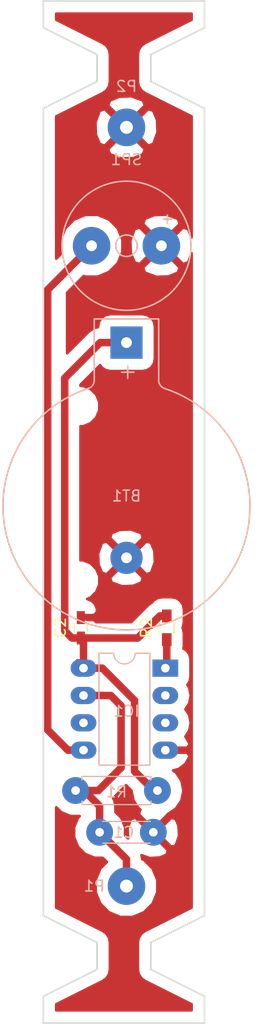
<source format=kicad_pcb>
(kicad_pcb (version 20170123) (host pcbnew no-vcs-found-7591~57~ubuntu14.04.1)

  (general
    (links 14)
    (no_connects 0)
    (area 130.763038 42.5 156.830612 140.075001)
    (thickness 1.6)
    (drawings 20)
    (tracks 32)
    (zones 0)
    (modules 9)
    (nets 9)
  )

  (page A4)
  (layers
    (0 F.Cu signal)
    (31 B.Cu signal)
    (32 B.Adhes user)
    (33 F.Adhes user)
    (34 B.Paste user)
    (35 F.Paste user)
    (36 B.SilkS user)
    (37 F.SilkS user)
    (38 B.Mask user)
    (39 F.Mask user)
    (40 Dwgs.User user)
    (41 Cmts.User user)
    (42 Eco1.User user)
    (43 Eco2.User user)
    (44 Edge.Cuts user)
    (45 Margin user)
    (46 B.CrtYd user)
    (47 F.CrtYd user)
    (48 B.Fab user)
    (49 F.Fab user hide)
  )

  (setup
    (last_trace_width 0.7)
    (trace_clearance 0.2)
    (zone_clearance 1)
    (zone_45_only no)
    (trace_min 0.2)
    (segment_width 0.2)
    (edge_width 0.15)
    (via_size 0.8)
    (via_drill 0.4)
    (via_min_size 0.4)
    (via_min_drill 0.3)
    (uvia_size 0.3)
    (uvia_drill 0.1)
    (uvias_allowed no)
    (uvia_min_size 0.2)
    (uvia_min_drill 0.1)
    (pcb_text_width 0.3)
    (pcb_text_size 1.5 1.5)
    (mod_edge_width 0.15)
    (mod_text_size 1 1)
    (mod_text_width 0.15)
    (pad_size 2.5 2.5)
    (pad_drill 0.8)
    (pad_to_mask_clearance 0.2)
    (aux_axis_origin 0 0)
    (visible_elements FFFFFF7F)
    (pcbplotparams
      (layerselection 0x01000_7fffffff)
      (usegerberextensions false)
      (excludeedgelayer true)
      (linewidth 0.100000)
      (plotframeref false)
      (viasonmask false)
      (mode 1)
      (useauxorigin false)
      (hpglpennumber 1)
      (hpglpenspeed 20)
      (hpglpendiameter 15)
      (psnegative false)
      (psa4output false)
      (plotreference true)
      (plotvalue true)
      (plotinvisibletext false)
      (padsonsilk false)
      (subtractmaskfromsilk false)
      (outputformat 1)
      (mirror false)
      (drillshape 0)
      (scaleselection 1)
      (outputdirectory ./gerbers))
  )

  (net 0 "")
  (net 1 VCC)
  (net 2 GND)
  (net 3 "Net-(C1-Pad1)")
  (net 4 "Net-(IC1-Pad3)")
  (net 5 "Net-(IC1-Pad6)")
  (net 6 "Net-(IC1-Pad2)")
  (net 7 "Net-(IC1-Pad5)")
  (net 8 "Net-(IC1-Pad1)")

  (net_class Default "This is the default net class."
    (clearance 0.2)
    (trace_width 0.7)
    (via_dia 0.8)
    (via_drill 0.4)
    (uvia_dia 0.3)
    (uvia_drill 0.1)
    (add_net GND)
    (add_net "Net-(C1-Pad1)")
    (add_net "Net-(IC1-Pad1)")
    (add_net "Net-(IC1-Pad2)")
    (add_net "Net-(IC1-Pad3)")
    (add_net "Net-(IC1-Pad5)")
    (add_net "Net-(IC1-Pad6)")
    (add_net VCC)
  )

  (module Battery_Holders:Keystone_103_1x20mm-CoinCell (layer B.Cu) (tedit 589451D0) (tstamp 5894223C)
    (at 142.738112 90.76 270)
    (descr http://www.keyelco.com/product-pdf.cfm?p=719)
    (tags "Keystone type 103 battery holder")
    (path /589366D5)
    (fp_text reference BT1 (at 0.25 0 180) (layer B.SilkS)
      (effects (font (size 1 1) (thickness 0.15)) (justify mirror))
    )
    (fp_text value Battery (at 15 -13 270) (layer B.Fab)
      (effects (font (size 1 1) (thickness 0.15)) (justify mirror))
    )
    (fp_arc (start -15.7 2.5) (end -16.1 2.5) (angle -90) (layer B.Fab) (width 0.15))
    (fp_arc (start -15.7 -2.5) (end -16.1 -2.5) (angle 90) (layer B.Fab) (width 0.15))
    (fp_line (start -14 1.3) (end -14 -1.3) (layer B.Fab) (width 0.15))
    (fp_arc (start 2.2 0) (end 2.2 1.3) (angle -180) (layer B.Fab) (width 0.15))
    (fp_arc (start -10.5 3.8) (end -10.5 2.9) (angle 70) (layer B.Fab) (width 0.15))
    (fp_line (start 2.2 1.3) (end -14 1.3) (layer B.Fab) (width 0.15))
    (fp_line (start -14 -1.3) (end 2.2 -1.3) (layer B.Fab) (width 0.15))
    (fp_line (start -16.1 2.5) (end -16.1 -2.5) (layer B.Fab) (width 0.15))
    (fp_line (start -15.7 -2.9) (end -10.4694 -2.9) (layer B.Fab) (width 0.15))
    (fp_line (start -10.4694 2.9) (end -15.7 2.9) (layer B.Fab) (width 0.15))
    (fp_arc (start 1.2 0) (end -8.8 1.3) (angle -180) (layer B.Fab) (width 0.15))
    (fp_arc (start 1.2 0) (end -5 1.3) (angle -170) (layer B.Fab) (width 0.15))
    (fp_arc (start 1.2 0) (end -0.7 1.3) (angle -150) (layer B.Fab) (width 0.15))
    (fp_line (start 9.5712 7.7216) (end 8.6314 6.858) (layer B.Fab) (width 0.15))
    (fp_line (start 9.5712 -7.7216) (end 8.6568 -6.8834) (layer B.Fab) (width 0.15))
    (fp_arc (start 1.2 0) (end -0.7 -1.3) (angle 150) (layer B.Fab) (width 0.15))
    (fp_arc (start 1.2 0) (end -5 -1.3) (angle 170) (layer B.Fab) (width 0.15))
    (fp_line (start -16.2 -3) (end -10.5 -3) (layer B.SilkS) (width 0.15))
    (fp_line (start -16.2 -3) (end -16.2 3) (layer B.SilkS) (width 0.15))
    (fp_line (start -16.2 3) (end -10.5 3) (layer B.SilkS) (width 0.15))
    (fp_line (start -16.45 -3.25) (end -16.45 3.25) (layer B.CrtYd) (width 0.05))
    (fp_line (start -16.45 -3.25) (end -10.5 -3.25) (layer B.CrtYd) (width 0.05))
    (fp_line (start -16.45 3.25) (end -10.5 3.25) (layer B.CrtYd) (width 0.05))
    (fp_arc (start 1.2 0) (end -8.8 -1.3) (angle 180) (layer B.Fab) (width 0.15))
    (fp_arc (start 1.2 0) (end -9.65 3.5) (angle -162.5) (layer B.Fab) (width 0.15))
    (fp_arc (start 1.2 0) (end -9.65 -3.5) (angle 162.5) (layer B.Fab) (width 0.15))
    (fp_arc (start -10.5 -3.8) (end -10.5 -2.9) (angle -70) (layer B.Fab) (width 0.15))
    (fp_arc (start -10.5 3.8) (end -10.5 3) (angle 70) (layer B.SilkS) (width 0.15))
    (fp_arc (start 1.2 0) (end -9.75 3.5) (angle -162.5) (layer B.SilkS) (width 0.15))
    (fp_arc (start -10.5 -3.8) (end -10.5 -3) (angle -70) (layer B.SilkS) (width 0.15))
    (fp_arc (start 1.2 0) (end -9.75 -3.5) (angle 162.5) (layer B.SilkS) (width 0.15))
    (fp_arc (start -10.5 3.8) (end -10.5 3.25) (angle 70) (layer B.CrtYd) (width 0.05))
    (fp_arc (start -10.5 -3.8) (end -10.5 -3.25) (angle -70) (layer B.CrtYd) (width 0.05))
    (fp_arc (start 1.2 0) (end -9.985 3.6) (angle -162.5) (layer B.CrtYd) (width 0.05))
    (fp_arc (start 1.2 0) (end -9.985 -3.6) (angle 162.5) (layer B.CrtYd) (width 0.05))
    (fp_text user + (at -11.25 0 270) (layer B.SilkS)
      (effects (font (size 1.5 1.5) (thickness 0.15)) (justify mirror))
    )
    (pad 1 thru_hole rect (at -14 0 270) (size 3 3) (drill 1) (layers *.Cu *.Mask)
      (net 1 VCC))
    (pad 2 thru_hole circle (at 6 0 270) (size 3 3) (drill 1) (layers *.Cu *.Mask)
      (net 2 GND))
    (pad "" np_thru_hole circle (at -8.1 4.4 270) (size 1.5 1.5) (drill 1.5) (layers *.Cu *.Mask))
    (pad "" np_thru_hole circle (at 8.1 4.4 270) (size 1.5 1.5) (drill 1.5) (layers *.Cu *.Mask))
    (model Battery_Holders.3dshapes/Keystone_103_1x20mm-CoinCell.wrl
      (at (xyz 0.6 0 0))
      (scale (xyz 1 1 1))
      (rotate (xyz 0 0 180))
    )
    (model "${KIPRJMOD}/User Library-keystone-PN103.STEP"
      (at (xyz 0.03149606299212599 0 0))
      (scale (xyz 1 1 1))
      (rotate (xyz -90 0 90))
    )
  )

  (module Buzzers_Beepers:Buzzer_12x9.5RM7.6 (layer B.Cu) (tedit 58949CF1) (tstamp 589422B0)
    (at 142.738112 67.76 180)
    (descr "Generic Buzzer, D12mm height 9.5mm with RM7.6mm")
    (tags buzzer)
    (path /58936797)
    (fp_text reference SP1 (at 0 8.001 180) (layer B.SilkS)
      (effects (font (size 1 1) (thickness 0.15)) (justify mirror))
    )
    (fp_text value SPEAKER (at -1.00076 -8.001 180) (layer B.Fab)
      (effects (font (size 1 1) (thickness 0.15)) (justify mirror))
    )
    (fp_circle (center 0 0) (end 6 0) (layer B.SilkS) (width 0.15))
    (fp_text user + (at -3.81 2.54 180) (layer B.SilkS)
      (effects (font (size 1 1) (thickness 0.15)) (justify mirror))
    )
    (fp_circle (center 0 0) (end 1.00076 0) (layer B.SilkS) (width 0.15))
    (pad 2 thru_hole circle (at 3.25 0 180) (size 3.5 3.5) (drill 1.00076) (layers *.Cu *.Mask)
      (net 7 "Net-(IC1-Pad5)"))
    (pad 1 thru_hole circle (at -3.25 0 180) (size 3.5 3.5) (drill 1.00076) (layers *.Cu *.Mask)
      (net 2 GND))
    (model Buzzers_Beepers.3dshapes/Buzzer_12x9.5RM7.6.wrl
      (at (xyz 0 0 0))
      (scale (xyz 4 4 4))
      (rotate (xyz 0 0 0))
    )
  )

  (module Capacitors_SMD:C_0603_HandSoldering (layer F.Cu) (tedit 541A9B4D) (tstamp 5894225C)
    (at 138.488112 103.26 90)
    (descr "Capacitor SMD 0603, hand soldering")
    (tags "capacitor 0603")
    (path /5893684A)
    (attr smd)
    (fp_text reference C2 (at 0 -1.9 90) (layer F.SilkS)
      (effects (font (size 1 1) (thickness 0.15)))
    )
    (fp_text value C (at 0 1.9 90) (layer F.Fab)
      (effects (font (size 1 1) (thickness 0.15)))
    )
    (fp_line (start 0.35 0.6) (end -0.35 0.6) (layer F.SilkS) (width 0.12))
    (fp_line (start -0.35 -0.6) (end 0.35 -0.6) (layer F.SilkS) (width 0.12))
    (fp_line (start 1.85 -0.75) (end 1.85 0.75) (layer F.CrtYd) (width 0.05))
    (fp_line (start -1.85 -0.75) (end -1.85 0.75) (layer F.CrtYd) (width 0.05))
    (fp_line (start -1.85 0.75) (end 1.85 0.75) (layer F.CrtYd) (width 0.05))
    (fp_line (start -1.85 -0.75) (end 1.85 -0.75) (layer F.CrtYd) (width 0.05))
    (fp_line (start -0.8 -0.4) (end 0.8 -0.4) (layer F.Fab) (width 0.1))
    (fp_line (start 0.8 -0.4) (end 0.8 0.4) (layer F.Fab) (width 0.1))
    (fp_line (start 0.8 0.4) (end -0.8 0.4) (layer F.Fab) (width 0.1))
    (fp_line (start -0.8 0.4) (end -0.8 -0.4) (layer F.Fab) (width 0.1))
    (pad 2 smd rect (at 0.95 0 90) (size 1.2 0.75) (layers F.Cu F.Paste F.Mask)
      (net 2 GND))
    (pad 1 smd rect (at -0.95 0 90) (size 1.2 0.75) (layers F.Cu F.Paste F.Mask)
      (net 1 VCC))
    (model Capacitors_SMD.3dshapes/C_0603_HandSoldering.wrl
      (at (xyz 0 0 0))
      (scale (xyz 1 1 1))
      (rotate (xyz 0 0 0))
    )
  )

  (module Housings_DIP:DIP-8_W7.62mm_LongPads (layer B.Cu) (tedit 58937C5B) (tstamp 58942277)
    (at 146.358112 107.01 180)
    (descr "8-lead dip package, row spacing 7.62 mm (300 mils), LongPads")
    (tags "DIL DIP PDIP 2.54mm 7.62mm 300mil LongPads")
    (path /58936650)
    (fp_text reference IC1 (at 3.62 -4 180) (layer B.SilkS)
      (effects (font (size 1 1) (thickness 0.15)) (justify mirror))
    )
    (fp_text value ATTINY85-P (at 3.81 -10.01 180) (layer B.Fab)
      (effects (font (size 1 1) (thickness 0.15)) (justify mirror))
    )
    (fp_line (start 9.1 1.6) (end -1.5 1.6) (layer B.CrtYd) (width 0.05))
    (fp_line (start 9.1 -9.2) (end 9.1 1.6) (layer B.CrtYd) (width 0.05))
    (fp_line (start -1.5 -9.2) (end 9.1 -9.2) (layer B.CrtYd) (width 0.05))
    (fp_line (start -1.5 1.6) (end -1.5 -9.2) (layer B.CrtYd) (width 0.05))
    (fp_line (start 6.18 1.39) (end 4.81 1.39) (layer B.SilkS) (width 0.12))
    (fp_line (start 6.18 -9.01) (end 6.18 1.39) (layer B.SilkS) (width 0.12))
    (fp_line (start 1.44 -9.01) (end 6.18 -9.01) (layer B.SilkS) (width 0.12))
    (fp_line (start 1.44 1.39) (end 1.44 -9.01) (layer B.SilkS) (width 0.12))
    (fp_line (start 2.81 1.39) (end 1.44 1.39) (layer B.SilkS) (width 0.12))
    (fp_line (start 0.635 0.27) (end 1.635 1.27) (layer B.Fab) (width 0.1))
    (fp_line (start 0.635 -8.89) (end 0.635 0.27) (layer B.Fab) (width 0.1))
    (fp_line (start 6.985 -8.89) (end 0.635 -8.89) (layer B.Fab) (width 0.1))
    (fp_line (start 6.985 1.27) (end 6.985 -8.89) (layer B.Fab) (width 0.1))
    (fp_line (start 1.635 1.27) (end 6.985 1.27) (layer B.Fab) (width 0.1))
    (fp_arc (start 3.81 1.39) (end 2.81 1.39) (angle 180) (layer B.SilkS) (width 0.12))
    (pad 8 thru_hole oval (at 7.62 0 180) (size 2.4 1.6) (drill 0.8) (layers *.Cu *.Mask)
      (net 1 VCC))
    (pad 4 thru_hole oval (at 0 -7.62 180) (size 2.4 1.6) (drill 0.8) (layers *.Cu *.Mask)
      (net 2 GND))
    (pad 7 thru_hole oval (at 7.62 -2.54 180) (size 2.4 1.6) (drill 0.8) (layers *.Cu *.Mask)
      (net 3 "Net-(C1-Pad1)"))
    (pad 3 thru_hole oval (at 0 -5.08 180) (size 2.4 1.6) (drill 0.8) (layers *.Cu *.Mask)
      (net 4 "Net-(IC1-Pad3)"))
    (pad 6 thru_hole oval (at 7.62 -5.08 180) (size 2.4 1.6) (drill 0.8) (layers *.Cu *.Mask)
      (net 5 "Net-(IC1-Pad6)"))
    (pad 2 thru_hole oval (at 0 -2.54 180) (size 2.4 1.6) (drill 0.8) (layers *.Cu *.Mask)
      (net 6 "Net-(IC1-Pad2)"))
    (pad 5 thru_hole oval (at 7.62 -7.62 180) (size 2.4 1.6) (drill 0.8) (layers *.Cu *.Mask)
      (net 7 "Net-(IC1-Pad5)"))
    (pad 1 thru_hole rect (at 0 0 180) (size 2.4 1.6) (drill 0.8) (layers *.Cu *.Mask)
      (net 8 "Net-(IC1-Pad1)"))
    (model Housings_DIP.3dshapes/DIP-8_W7.62mm_LongPads.wrl
      (at (xyz 0 0 0))
      (scale (xyz 1 1 1))
      (rotate (xyz 0 0 0))
    )
  )

  (module Wire_Pads:SolderWirePad_single_1-2mmDrill (layer B.Cu) (tedit 0) (tstamp 5894227C)
    (at 142.738112 127.26 180)
    (path /58936F77)
    (fp_text reference P1 (at 3 0 180) (layer B.SilkS)
      (effects (font (size 1 1) (thickness 0.15)) (justify mirror))
    )
    (fp_text value CONN_01X01 (at -1.905 -3.175 180) (layer B.Fab)
      (effects (font (size 1 1) (thickness 0.15)) (justify mirror))
    )
    (pad 1 thru_hole circle (at 0 0 180) (size 3.50012 3.50012) (drill 1.19888) (layers *.Cu *.Mask)
      (net 3 "Net-(C1-Pad1)"))
  )

  (module Wire_Pads:SolderWirePad_single_1-2mmDrill (layer B.Cu) (tedit 0) (tstamp 58942281)
    (at 142.738112 56.76 180)
    (path /5893701C)
    (fp_text reference P2 (at 0 3.81 180) (layer B.SilkS)
      (effects (font (size 1 1) (thickness 0.15)) (justify mirror))
    )
    (fp_text value CONN_01X01 (at -1.905 -3.175 180) (layer B.Fab)
      (effects (font (size 1 1) (thickness 0.15)) (justify mirror))
    )
    (pad 1 thru_hole circle (at 0 0 180) (size 3.50012 3.50012) (drill 1.19888) (layers *.Cu *.Mask)
      (net 2 GND))
  )

  (module Resistors_THT:R_Axial_DIN0207_L6.3mm_D2.5mm_P7.62mm_Horizontal (layer B.Cu) (tedit 58949D37) (tstamp 58942297)
    (at 138 118.380354)
    (descr "Resistor, Axial_DIN0207 series, Axial, Horizontal, pin pitch=7.62mm, 0.25W = 1/4W, length*diameter=6.3*2.5mm^2, http://cdn-reichelt.de/documents/datenblatt/B400/1_4W%23YAG.pdf")
    (tags "Resistor Axial_DIN0207 series Axial Horizontal pin pitch 7.62mm 0.25W = 1/4W length 6.3mm diameter 2.5mm")
    (path /58936BC9)
    (fp_text reference R1 (at 3.81 0.129646) (layer B.SilkS)
      (effects (font (size 1 1) (thickness 0.15)) (justify mirror))
    )
    (fp_text value R (at 3.81 -2.31) (layer B.Fab)
      (effects (font (size 1 1) (thickness 0.15)) (justify mirror))
    )
    (fp_line (start 8.7 1.6) (end -1.05 1.6) (layer B.CrtYd) (width 0.05))
    (fp_line (start 8.7 -1.6) (end 8.7 1.6) (layer B.CrtYd) (width 0.05))
    (fp_line (start -1.05 -1.6) (end 8.7 -1.6) (layer B.CrtYd) (width 0.05))
    (fp_line (start -1.05 1.6) (end -1.05 -1.6) (layer B.CrtYd) (width 0.05))
    (fp_line (start 7.02 -1.31) (end 7.02 -0.98) (layer B.SilkS) (width 0.12))
    (fp_line (start 0.6 -1.31) (end 7.02 -1.31) (layer B.SilkS) (width 0.12))
    (fp_line (start 0.6 -0.98) (end 0.6 -1.31) (layer B.SilkS) (width 0.12))
    (fp_line (start 7.02 1.31) (end 7.02 0.98) (layer B.SilkS) (width 0.12))
    (fp_line (start 0.6 1.31) (end 7.02 1.31) (layer B.SilkS) (width 0.12))
    (fp_line (start 0.6 0.98) (end 0.6 1.31) (layer B.SilkS) (width 0.12))
    (fp_line (start 7.62 0) (end 6.96 0) (layer B.Fab) (width 0.1))
    (fp_line (start 0 0) (end 0.66 0) (layer B.Fab) (width 0.1))
    (fp_line (start 6.96 1.25) (end 0.66 1.25) (layer B.Fab) (width 0.1))
    (fp_line (start 6.96 -1.25) (end 6.96 1.25) (layer B.Fab) (width 0.1))
    (fp_line (start 0.66 -1.25) (end 6.96 -1.25) (layer B.Fab) (width 0.1))
    (fp_line (start 0.66 1.25) (end 0.66 -1.25) (layer B.Fab) (width 0.1))
    (pad 2 thru_hole oval (at 7.62 0) (size 2.5 2.5) (drill 0.8) (layers *.Cu *.Mask)
      (net 1 VCC))
    (pad 1 thru_hole circle (at 0 0) (size 2.5 2.5) (drill 0.8) (layers *.Cu *.Mask)
      (net 3 "Net-(C1-Pad1)"))
    (model :sys3d:Resistors_ThroughHole.3dshapes/R_Axial_DIN0207_L6.3mm_D2.5mm_P7.62mm_Horizontal.wrl
      (at (xyz 0 0 0))
      (scale (xyz 0.3937 0.3937 0.3937))
      (rotate (xyz 0 0 0))
    )
  )

  (module Resistors_SMD:R_0603_HandSoldering (layer F.Cu) (tedit 58307AEF) (tstamp 589422A7)
    (at 146.488112 103.26 90)
    (descr "Resistor SMD 0603, hand soldering")
    (tags "resistor 0603")
    (path /589368FA)
    (attr smd)
    (fp_text reference R2 (at 0 -1.9 90) (layer F.SilkS)
      (effects (font (size 1 1) (thickness 0.15)))
    )
    (fp_text value R (at 0 1.9 90) (layer F.Fab)
      (effects (font (size 1 1) (thickness 0.15)))
    )
    (fp_line (start -0.5 -0.675) (end 0.5 -0.675) (layer F.SilkS) (width 0.15))
    (fp_line (start 0.5 0.675) (end -0.5 0.675) (layer F.SilkS) (width 0.15))
    (fp_line (start 2 -0.8) (end 2 0.8) (layer F.CrtYd) (width 0.05))
    (fp_line (start -2 -0.8) (end -2 0.8) (layer F.CrtYd) (width 0.05))
    (fp_line (start -2 0.8) (end 2 0.8) (layer F.CrtYd) (width 0.05))
    (fp_line (start -2 -0.8) (end 2 -0.8) (layer F.CrtYd) (width 0.05))
    (fp_line (start -0.8 -0.4) (end 0.8 -0.4) (layer F.Fab) (width 0.1))
    (fp_line (start 0.8 -0.4) (end 0.8 0.4) (layer F.Fab) (width 0.1))
    (fp_line (start 0.8 0.4) (end -0.8 0.4) (layer F.Fab) (width 0.1))
    (fp_line (start -0.8 0.4) (end -0.8 -0.4) (layer F.Fab) (width 0.1))
    (pad 2 smd rect (at 1.1 0 90) (size 1.2 0.9) (layers F.Cu F.Paste F.Mask)
      (net 1 VCC))
    (pad 1 smd rect (at -1.1 0 90) (size 1.2 0.9) (layers F.Cu F.Paste F.Mask)
      (net 8 "Net-(IC1-Pad1)"))
    (model Resistors_SMD.3dshapes/R_0603_HandSoldering.wrl
      (at (xyz 0 0 0))
      (scale (xyz 1 1 1))
      (rotate (xyz 0 0 0))
    )
  )

  (module Capacitors_ThroughHole:C_Disc_D4.3mm_W1.9mm_P5.00mm (layer B.Cu) (tedit 58949D24) (tstamp 58942B8F)
    (at 140.238112 122.26)
    (descr "C, Disc series, Radial, pin pitch=5.00mm, , diameter*width=4.3*1.9mm^2, Capacitor, http://www.vishay.com/docs/45233/krseries.pdf")
    (tags "C Disc series Radial pin pitch 5.00mm  diameter 4.3mm width 1.9mm Capacitor")
    (path /58937173)
    (fp_text reference C1 (at 2.25 0) (layer B.SilkS)
      (effects (font (size 1 1) (thickness 0.15)) (justify mirror))
    )
    (fp_text value C (at 2.5 -2.01) (layer B.Fab)
      (effects (font (size 1 1) (thickness 0.15)) (justify mirror))
    )
    (fp_line (start 6.05 1.3) (end -1.05 1.3) (layer B.CrtYd) (width 0.05))
    (fp_line (start 6.05 -1.3) (end 6.05 1.3) (layer B.CrtYd) (width 0.05))
    (fp_line (start -1.05 -1.3) (end 6.05 -1.3) (layer B.CrtYd) (width 0.05))
    (fp_line (start -1.05 1.3) (end -1.05 -1.3) (layer B.CrtYd) (width 0.05))
    (fp_line (start 4.71 -0.996) (end 4.71 -1.01) (layer B.SilkS) (width 0.12))
    (fp_line (start 4.71 1.01) (end 4.71 0.996) (layer B.SilkS) (width 0.12))
    (fp_line (start 0.29 -0.996) (end 0.29 -1.01) (layer B.SilkS) (width 0.12))
    (fp_line (start 0.29 1.01) (end 0.29 0.996) (layer B.SilkS) (width 0.12))
    (fp_line (start 0.29 -1.01) (end 4.71 -1.01) (layer B.SilkS) (width 0.12))
    (fp_line (start 0.29 1.01) (end 4.71 1.01) (layer B.SilkS) (width 0.12))
    (fp_line (start 4.65 0.95) (end 0.35 0.95) (layer B.Fab) (width 0.1))
    (fp_line (start 4.65 -0.95) (end 4.65 0.95) (layer B.Fab) (width 0.1))
    (fp_line (start 0.35 -0.95) (end 4.65 -0.95) (layer B.Fab) (width 0.1))
    (fp_line (start 0.35 0.95) (end 0.35 -0.95) (layer B.Fab) (width 0.1))
    (pad 2 thru_hole circle (at 5 0) (size 2.5 2.5) (drill 0.8) (layers *.Cu *.Mask)
      (net 2 GND))
    (pad 1 thru_hole circle (at 0 0) (size 2.5 2.5) (drill 0.8) (layers *.Cu *.Mask)
      (net 3 "Net-(C1-Pad1)"))
    (model Capacitors_ThroughHole.3dshapes/C_Disc_D4.3mm_W1.9mm_P5.00mm.wrl
      (at (xyz 0 0 0))
      (scale (xyz 0.393701 0.393701 0.393701))
      (rotate (xyz 0 0 0))
    )
    (model :sys3d:Capacitors_ThroughHole.3dshapes/C_Disc_D6_P5.wrl
      (at (xyz 0.09842519685039371 0 0))
      (scale (xyz 1 1 1))
      (rotate (xyz 0 0 0))
    )
  )

  (gr_line (start 135 140) (end 135 137.5) (layer Edge.Cuts) (width 0.15))
  (gr_line (start 150 140) (end 150 137.5) (layer Edge.Cuts) (width 0.15))
  (gr_line (start 135 45) (end 135 47.5) (layer Edge.Cuts) (width 0.15))
  (gr_line (start 150 45) (end 150 47.5) (layer Edge.Cuts) (width 0.15))
  (gr_line (start 145 132.5) (end 150 130) (layer Edge.Cuts) (width 0.15))
  (gr_line (start 145 135) (end 145 132.5) (layer Edge.Cuts) (width 0.15))
  (gr_line (start 150 137.5) (end 145 135) (layer Edge.Cuts) (width 0.15))
  (gr_line (start 135 140) (end 150 140) (layer Edge.Cuts) (width 0.15))
  (gr_line (start 140 135) (end 135 137.5) (layer Edge.Cuts) (width 0.15))
  (gr_line (start 140 132.5) (end 140 135) (layer Edge.Cuts) (width 0.15))
  (gr_line (start 135 130) (end 140 132.5) (layer Edge.Cuts) (width 0.15))
  (gr_line (start 145 52.5) (end 150 55) (layer Edge.Cuts) (width 0.15))
  (gr_line (start 145 50) (end 145 52.5) (layer Edge.Cuts) (width 0.15))
  (gr_line (start 150 47.5) (end 145 50) (layer Edge.Cuts) (width 0.15))
  (gr_line (start 135 45) (end 150 45) (layer Edge.Cuts) (width 0.15))
  (gr_line (start 140 50) (end 135 47.5) (layer Edge.Cuts) (width 0.15))
  (gr_line (start 140 52.5) (end 140 50) (layer Edge.Cuts) (width 0.15))
  (gr_line (start 135 55) (end 140 52.5) (layer Edge.Cuts) (width 0.15))
  (gr_line (start 135 130) (end 135 55) (layer Edge.Cuts) (width 0.15))
  (gr_line (start 150 55) (end 150 130) (layer Edge.Cuts) (width 0.15))

  (segment (start 138.488112 104.21) (end 143.788112 104.21) (width 0.7) (layer F.Cu) (net 1))
  (segment (start 143.788112 104.21) (end 145.838112 102.16) (width 0.7) (layer F.Cu) (net 1))
  (segment (start 145.838112 102.16) (end 146.488112 102.16) (width 0.7) (layer F.Cu) (net 1))
  (segment (start 142.488112 76.76) (end 140.288112 76.76) (width 0.7) (layer F.Cu) (net 1))
  (segment (start 140.288112 76.76) (end 136.988112 80.06) (width 0.7) (layer F.Cu) (net 1))
  (segment (start 136.988112 80.06) (end 136.988112 103.535) (width 0.7) (layer F.Cu) (net 1))
  (segment (start 137.663112 104.21) (end 138.488112 104.21) (width 0.7) (layer F.Cu) (net 1))
  (segment (start 136.988112 103.535) (end 137.663112 104.21) (width 0.7) (layer F.Cu) (net 1))
  (segment (start 138.738112 107.01) (end 138.738112 104.46) (width 0.7) (layer F.Cu) (net 1))
  (segment (start 138.738112 104.46) (end 138.488112 104.21) (width 0.7) (layer F.Cu) (net 1))
  (segment (start 138.238112 106.51) (end 138.738112 107.01) (width 0.7) (layer F.Cu) (net 1))
  (segment (start 146.41282 118.380354) (end 145.28145 118.380354) (width 0.7) (layer F.Cu) (net 1))
  (segment (start 145.28145 118.380354) (end 143.488112 116.587016) (width 0.7) (layer F.Cu) (net 1))
  (segment (start 140.488112 107.01) (end 138.738112 107.01) (width 0.7) (layer F.Cu) (net 1))
  (segment (start 143.488112 116.587016) (end 143.488112 110.01) (width 0.7) (layer F.Cu) (net 1))
  (segment (start 143.488112 110.01) (end 140.488112 107.01) (width 0.7) (layer F.Cu) (net 1))
  (segment (start 140.117758 118.380354) (end 142.238112 116.26) (width 0.7) (layer F.Cu) (net 3))
  (segment (start 142.238112 116.26) (end 142.238112 110.51) (width 0.7) (layer F.Cu) (net 3))
  (segment (start 142.238112 110.51) (end 141.278112 109.55) (width 0.7) (layer F.Cu) (net 3))
  (segment (start 140.238112 122.26) (end 140.238112 119.825646) (width 0.7) (layer F.Cu) (net 3))
  (segment (start 140.238112 119.825646) (end 138.79282 118.380354) (width 0.7) (layer F.Cu) (net 3))
  (segment (start 142.738112 127.26) (end 142.738112 124.76) (width 0.7) (layer F.Cu) (net 3))
  (segment (start 142.738112 124.76) (end 140.238112 122.26) (width 0.7) (layer F.Cu) (net 3))
  (segment (start 138.79282 118.380354) (end 140.117758 118.380354) (width 0.7) (layer F.Cu) (net 3))
  (segment (start 141.278112 109.55) (end 138.738112 109.55) (width 0.7) (layer F.Cu) (net 3))
  (segment (start 138.738112 114.63) (end 137.288112 114.63) (width 0.7) (layer F.Cu) (net 7))
  (segment (start 137.288112 114.63) (end 135.4 112.741888) (width 0.7) (layer F.Cu) (net 7))
  (segment (start 135.4 112.741888) (end 135.4 71.848112) (width 0.7) (layer F.Cu) (net 7))
  (segment (start 135.4 71.848112) (end 139.488112 67.76) (width 0.7) (layer F.Cu) (net 7))
  (segment (start 138.738112 114.63) (end 138.338112 114.63) (width 0.25) (layer F.Cu) (net 7))
  (segment (start 146.488112 104.36) (end 146.488112 106.88) (width 0.7) (layer F.Cu) (net 8))
  (segment (start 146.488112 106.88) (end 146.358112 107.01) (width 0.7) (layer F.Cu) (net 8))

  (zone (net 2) (net_name GND) (layer F.Cu) (tstamp 0) (hatch edge 0.508)
    (connect_pads (clearance 1))
    (min_thickness 0.254)
    (fill yes (arc_segments 16) (thermal_gap 1) (thermal_bridge_width 0.7))
    (polygon
      (pts
        (xy 135 45) (xy 150 45) (xy 150 140) (xy 135 140)
      )
    )
    (filled_polygon
      (pts
        (xy 148.798 46.757123) (xy 144.462449 48.924899) (xy 144.310245 49.043024) (xy 144.150058 49.150058) (xy 144.126064 49.185967)
        (xy 144.091945 49.212447) (xy 143.996532 49.379826) (xy 143.889497 49.540015) (xy 143.881071 49.582373) (xy 143.859683 49.619894)
        (xy 143.835586 49.811041) (xy 143.798 50) (xy 143.798 52.5) (xy 143.835586 52.688959) (xy 143.859683 52.880106)
        (xy 143.881071 52.917627) (xy 143.889497 52.959985) (xy 143.996532 53.120174) (xy 144.091945 53.287553) (xy 144.126064 53.314033)
        (xy 144.150058 53.349942) (xy 144.310245 53.456976) (xy 144.462449 53.575101) (xy 148.798 55.742877) (xy 148.798 66.975744)
        (xy 148.485462 66.221213) (xy 148.014128 66.049353) (xy 146.303482 67.76) (xy 148.014128 69.470647) (xy 148.485462 69.298787)
        (xy 148.798 68.457951) (xy 148.798 129.257123) (xy 144.462449 131.424899) (xy 144.310245 131.543024) (xy 144.150058 131.650058)
        (xy 144.126064 131.685967) (xy 144.091945 131.712447) (xy 143.996532 131.879826) (xy 143.889497 132.040015) (xy 143.881071 132.082373)
        (xy 143.859683 132.119894) (xy 143.835586 132.311041) (xy 143.798 132.5) (xy 143.798 135) (xy 143.835586 135.188959)
        (xy 143.859683 135.380106) (xy 143.881071 135.417627) (xy 143.889497 135.459985) (xy 143.996532 135.620174) (xy 144.091945 135.787553)
        (xy 144.126064 135.814033) (xy 144.150058 135.849942) (xy 144.310245 135.956976) (xy 144.462449 136.075101) (xy 148.798 138.242877)
        (xy 148.798 138.798) (xy 136.202 138.798) (xy 136.202 138.242877) (xy 140.537551 136.075101) (xy 140.689755 135.956976)
        (xy 140.849942 135.849942) (xy 140.873936 135.814033) (xy 140.908055 135.787553) (xy 141.003468 135.620174) (xy 141.110503 135.459985)
        (xy 141.118929 135.417627) (xy 141.140317 135.380106) (xy 141.164414 135.188959) (xy 141.202 135) (xy 141.202 132.5)
        (xy 141.164414 132.311041) (xy 141.140317 132.119894) (xy 141.118929 132.082373) (xy 141.110503 132.040015) (xy 141.003468 131.879826)
        (xy 140.908055 131.712447) (xy 140.873936 131.685967) (xy 140.849942 131.650058) (xy 140.689755 131.543024) (xy 140.537551 131.424899)
        (xy 136.202 129.257124) (xy 136.202 119.943735) (xy 136.65178 120.394301) (xy 137.525111 120.75694) (xy 138.378529 120.757685)
        (xy 138.224165 120.91178) (xy 137.861526 121.785111) (xy 137.8607 122.73074) (xy 138.221815 123.604703) (xy 138.889892 124.273947)
        (xy 139.763223 124.636586) (xy 140.526571 124.637253) (xy 140.909505 125.020187) (xy 140.300481 125.628149) (xy 139.861552 126.685207)
        (xy 139.860554 127.829772) (xy 140.297637 128.887595) (xy 141.106261 129.697631) (xy 142.163319 130.13656) (xy 143.307884 130.137558)
        (xy 144.365707 129.700475) (xy 145.175743 128.891851) (xy 145.614672 127.834793) (xy 145.61567 126.690228) (xy 145.178587 125.632405)
        (xy 144.369963 124.822369) (xy 144.214693 124.757895) (xy 144.185015 124.608691) (xy 144.142261 124.393752) (xy 144.891579 124.658667)
        (xy 145.835888 124.608691) (xy 146.476196 124.343467) (xy 146.58669 123.923947) (xy 145.238112 122.57537) (xy 145.22397 122.589512)
        (xy 144.9086 122.274142) (xy 144.922742 122.26) (xy 145.553482 122.26) (xy 146.902059 123.608578) (xy 147.321579 123.498084)
        (xy 147.636779 122.606533) (xy 147.586803 121.662224) (xy 147.321579 121.021916) (xy 146.902059 120.911422) (xy 145.553482 122.26)
        (xy 144.922742 122.26) (xy 143.574165 120.911422) (xy 143.154645 121.021916) (xy 142.839445 121.913467) (xy 142.887451 122.820545)
        (xy 142.614861 122.547955) (xy 142.615524 121.78926) (xy 142.254409 120.915297) (xy 141.715112 120.375058) (xy 141.715112 119.825651)
        (xy 141.715113 119.825646) (xy 141.602682 119.260423) (xy 141.492052 119.094854) (xy 142.699604 117.887302) (xy 143.19737 118.385068)
        (xy 143.37737 119.289993) (xy 143.892639 120.061147) (xy 144.040338 120.159836) (xy 144.000028 120.176533) (xy 143.889534 120.596053)
        (xy 145.238112 121.94463) (xy 146.58669 120.596053) (xy 146.580723 120.573398) (xy 147.347361 120.061147) (xy 147.86263 119.289993)
        (xy 148.043568 118.380354) (xy 147.86263 117.470715) (xy 147.347361 116.699561) (xy 147.078002 116.519581) (xy 147.619381 116.37422)
        (xy 148.221305 115.911856) (xy 148.600471 115.254341) (xy 148.613715 115.149678) (xy 148.388179 114.853) (xy 146.581112 114.853)
        (xy 146.581112 114.873) (xy 146.135112 114.873) (xy 146.135112 114.853) (xy 146.115112 114.853) (xy 146.115112 114.407)
        (xy 146.135112 114.407) (xy 146.135112 114.387) (xy 146.581112 114.387) (xy 146.581112 114.407) (xy 148.388179 114.407)
        (xy 148.613715 114.110322) (xy 148.600471 114.005659) (xy 148.228153 113.360019) (xy 148.584017 112.827431) (xy 148.730701 112.09)
        (xy 148.584017 111.352569) (xy 148.228166 110.82) (xy 148.584017 110.287431) (xy 148.730701 109.55) (xy 148.584017 108.812569)
        (xy 148.413833 108.55787) (xy 148.619723 108.249733) (xy 148.707191 107.81) (xy 148.707191 106.21) (xy 148.619723 105.770267)
        (xy 148.370634 105.397478) (xy 148.043633 105.178983) (xy 148.087191 104.96) (xy 148.087191 103.76) (xy 147.999723 103.320267)
        (xy 147.959454 103.26) (xy 147.999723 103.199733) (xy 148.087191 102.76) (xy 148.087191 101.56) (xy 147.999723 101.120267)
        (xy 147.750634 100.747478) (xy 147.377845 100.498389) (xy 146.938112 100.410921) (xy 146.038112 100.410921) (xy 145.598379 100.498389)
        (xy 145.22559 100.747478) (xy 145.129559 100.8912) (xy 144.793715 101.115603) (xy 143.176318 102.733) (xy 139.908362 102.733)
        (xy 139.708362 102.533) (xy 139.225479 102.533) (xy 138.863112 102.460921) (xy 138.465112 102.460921) (xy 138.465112 102.067)
        (xy 138.675612 102.067) (xy 138.675612 102.087) (xy 139.708362 102.087) (xy 139.990112 101.80525) (xy 139.990112 101.485826)
        (xy 139.818537 101.071606) (xy 139.501506 100.754576) (xy 139.087286 100.583) (xy 139.083327 100.583) (xy 139.399958 100.452171)
        (xy 139.928428 99.924624) (xy 140.214786 99.234996) (xy 140.215335 98.605067) (xy 141.208414 98.605067) (xy 141.349626 99.050477)
        (xy 142.331845 99.407476) (xy 143.375915 99.36142) (xy 144.126598 99.050477) (xy 144.26781 98.605067) (xy 142.738112 97.07537)
        (xy 141.208414 98.605067) (xy 140.215335 98.605067) (xy 140.215437 98.48828) (xy 139.930283 97.798154) (xy 139.402736 97.269684)
        (xy 138.713108 96.983326) (xy 138.465112 96.98311) (xy 138.465112 96.353733) (xy 140.090636 96.353733) (xy 140.136692 97.397803)
        (xy 140.447635 98.148486) (xy 140.893045 98.289698) (xy 142.422742 96.76) (xy 143.053482 96.76) (xy 144.583179 98.289698)
        (xy 145.028589 98.148486) (xy 145.385588 97.166267) (xy 145.339532 96.122197) (xy 145.028589 95.371514) (xy 144.583179 95.230302)
        (xy 143.053482 96.76) (xy 142.422742 96.76) (xy 140.893045 95.230302) (xy 140.447635 95.371514) (xy 140.090636 96.353733)
        (xy 138.465112 96.353733) (xy 138.465112 94.914933) (xy 141.208414 94.914933) (xy 142.738112 96.44463) (xy 144.26781 94.914933)
        (xy 144.126598 94.469523) (xy 143.144379 94.112524) (xy 142.100309 94.15858) (xy 141.349626 94.469523) (xy 141.208414 94.914933)
        (xy 138.465112 94.914933) (xy 138.465112 84.537112) (xy 138.709832 84.537325) (xy 139.399958 84.252171) (xy 139.928428 83.724624)
        (xy 140.214786 83.034996) (xy 140.215437 82.28828) (xy 139.930283 81.598154) (xy 139.402736 81.069684) (xy 138.713108 80.783326)
        (xy 138.465112 80.78311) (xy 138.465112 80.671794) (xy 140.280911 78.855995) (xy 140.42559 79.072522) (xy 140.798379 79.321611)
        (xy 141.238112 79.409079) (xy 144.238112 79.409079) (xy 144.677845 79.321611) (xy 145.050634 79.072522) (xy 145.299723 78.699733)
        (xy 145.387191 78.26) (xy 145.387191 75.26) (xy 145.299723 74.820267) (xy 145.050634 74.447478) (xy 144.677845 74.198389)
        (xy 144.238112 74.110921) (xy 141.238112 74.110921) (xy 140.798379 74.198389) (xy 140.42559 74.447478) (xy 140.176501 74.820267)
        (xy 140.089033 75.26) (xy 140.089033 75.322599) (xy 139.722888 75.39543) (xy 139.243715 75.715603) (xy 137.215112 77.744206)
        (xy 137.215112 72.121794) (xy 138.762879 70.574027) (xy 138.913331 70.6365) (xy 140.057872 70.637499) (xy 141.115673 70.200424)
        (xy 141.530805 69.786016) (xy 144.277465 69.786016) (xy 144.449325 70.25735) (xy 145.522152 70.656119) (xy 146.665918 70.613981)
        (xy 147.526899 70.25735) (xy 147.698759 69.786016) (xy 145.988112 68.07537) (xy 144.277465 69.786016) (xy 141.530805 69.786016)
        (xy 141.925692 69.391818) (xy 142.364612 68.334781) (xy 142.36552 67.29404) (xy 143.091993 67.29404) (xy 143.134131 68.437806)
        (xy 143.490762 69.298787) (xy 143.962096 69.470647) (xy 145.672742 67.76) (xy 143.962096 66.049353) (xy 143.490762 66.221213)
        (xy 143.091993 67.29404) (xy 142.36552 67.29404) (xy 142.365611 67.19024) (xy 141.928536 66.132439) (xy 141.530777 65.733984)
        (xy 144.277465 65.733984) (xy 145.988112 67.44463) (xy 147.698759 65.733984) (xy 147.526899 65.26265) (xy 146.454072 64.863881)
        (xy 145.310306 64.906019) (xy 144.449325 65.26265) (xy 144.277465 65.733984) (xy 141.530777 65.733984) (xy 141.11993 65.32242)
        (xy 140.062893 64.8835) (xy 138.918352 64.882501) (xy 137.860551 65.319576) (xy 137.050532 66.128182) (xy 136.611612 67.185219)
        (xy 136.610613 68.32976) (xy 136.674629 68.484689) (xy 136.202 68.957318) (xy 136.202 58.78606) (xy 141.027422 58.78606)
        (xy 141.199289 59.257399) (xy 142.272137 59.656178) (xy 143.415927 59.614041) (xy 144.276935 59.257399) (xy 144.448802 58.78606)
        (xy 142.738112 57.07537) (xy 141.027422 58.78606) (xy 136.202 58.78606) (xy 136.202 56.294025) (xy 139.841934 56.294025)
        (xy 139.884071 57.437815) (xy 140.240713 58.298823) (xy 140.712052 58.47069) (xy 142.422742 56.76) (xy 143.053482 56.76)
        (xy 144.764172 58.47069) (xy 145.235511 58.298823) (xy 145.63429 57.225975) (xy 145.592153 56.082185) (xy 145.235511 55.221177)
        (xy 144.764172 55.04931) (xy 143.053482 56.76) (xy 142.422742 56.76) (xy 140.712052 55.04931) (xy 140.240713 55.221177)
        (xy 139.841934 56.294025) (xy 136.202 56.294025) (xy 136.202 55.742877) (xy 138.219873 54.73394) (xy 141.027422 54.73394)
        (xy 142.738112 56.44463) (xy 144.448802 54.73394) (xy 144.276935 54.262601) (xy 143.204087 53.863822) (xy 142.060297 53.905959)
        (xy 141.199289 54.262601) (xy 141.027422 54.73394) (xy 138.219873 54.73394) (xy 140.537551 53.575101) (xy 140.689755 53.456976)
        (xy 140.849942 53.349942) (xy 140.873936 53.314033) (xy 140.908055 53.287553) (xy 141.003468 53.120174) (xy 141.110503 52.959985)
        (xy 141.118929 52.917627) (xy 141.140317 52.880106) (xy 141.164414 52.688959) (xy 141.202 52.5) (xy 141.202 50)
        (xy 141.164414 49.811041) (xy 141.140317 49.619894) (xy 141.118929 49.582373) (xy 141.110503 49.540015) (xy 141.003468 49.379826)
        (xy 140.908055 49.212447) (xy 140.873936 49.185967) (xy 140.849942 49.150058) (xy 140.689755 49.043024) (xy 140.537551 48.924899)
        (xy 136.202 46.757124) (xy 136.202 46.202) (xy 148.798 46.202)
      )
    )
  )
)

</source>
